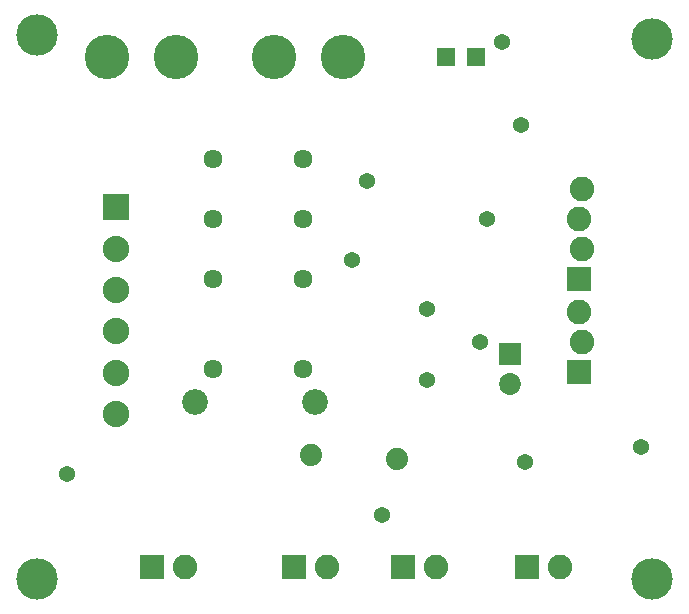
<source format=gbs>
G75*
%MOIN*%
%OFA0B0*%
%FSLAX24Y24*%
%IPPOS*%
%LPD*%
%AMOC8*
5,1,8,0,0,1.08239X$1,22.5*
%
%ADD10C,0.0860*%
%ADD11R,0.0880X0.0880*%
%ADD12C,0.0880*%
%ADD13C,0.1380*%
%ADD14C,0.1480*%
%ADD15R,0.0595X0.0595*%
%ADD16C,0.0634*%
%ADD17R,0.0820X0.0820*%
%ADD18C,0.0820*%
%ADD19R,0.0730X0.0730*%
%ADD20C,0.0730*%
%ADD21C,0.0540*%
%ADD22C,0.0740*%
D10*
X006475Y007100D03*
X010475Y007100D03*
D11*
X003850Y013600D03*
D12*
X003850Y012222D03*
X003850Y010844D03*
X003850Y009466D03*
X003850Y008088D03*
X003850Y006710D03*
D13*
X001225Y001225D03*
X001225Y019350D03*
X021725Y019225D03*
X021725Y001225D03*
D14*
X011412Y018600D03*
X009112Y018600D03*
X005838Y018600D03*
X003538Y018600D03*
D15*
X014850Y018600D03*
X015850Y018600D03*
D16*
X010100Y015225D03*
X010100Y013225D03*
X010100Y011225D03*
X007100Y011225D03*
X007100Y013225D03*
X007100Y015225D03*
X007100Y008225D03*
X010100Y008225D03*
D17*
X009800Y001600D03*
X013425Y001600D03*
X017550Y001600D03*
X019300Y008100D03*
X019300Y011225D03*
X005050Y001600D03*
D18*
X006150Y001600D03*
X010900Y001600D03*
X014525Y001600D03*
X018650Y001600D03*
X019400Y009100D03*
X019300Y010100D03*
X019400Y012225D03*
X019300Y013225D03*
X019400Y014225D03*
D19*
X016975Y008725D03*
D20*
X016975Y007725D03*
D21*
X015975Y009100D03*
X014225Y010225D03*
X011725Y011850D03*
X012225Y014475D03*
X016225Y013225D03*
X017350Y016350D03*
X016725Y019100D03*
X014225Y007850D03*
X017475Y005100D03*
X021350Y005600D03*
X012725Y003350D03*
X002225Y004725D03*
D22*
X010350Y005350D03*
X013225Y005225D03*
M02*

</source>
